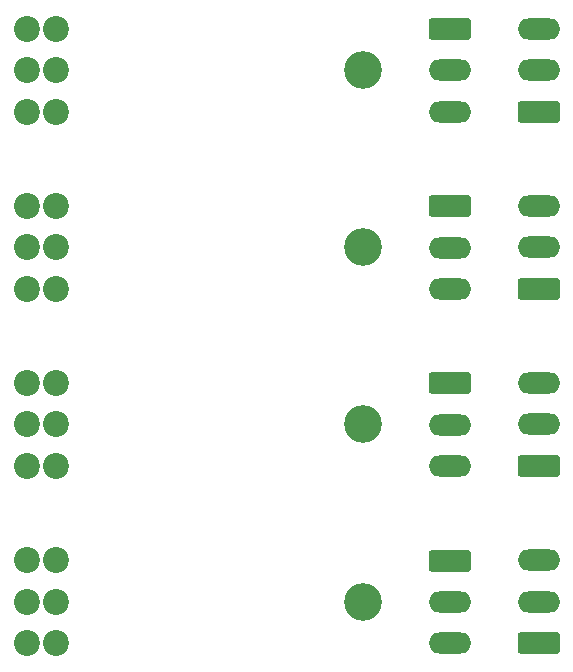
<source format=gbr>
%TF.GenerationSoftware,KiCad,Pcbnew,8.0.2*%
%TF.CreationDate,2025-01-20T22:03:02+01:00*%
%TF.ProjectId,Mk2-relayExtension,4d6b322d-7265-46c6-9179-457874656e73,rev?*%
%TF.SameCoordinates,Original*%
%TF.FileFunction,Soldermask,Bot*%
%TF.FilePolarity,Negative*%
%FSLAX46Y46*%
G04 Gerber Fmt 4.6, Leading zero omitted, Abs format (unit mm)*
G04 Created by KiCad (PCBNEW 8.0.2) date 2025-01-20 22:03:02*
%MOMM*%
%LPD*%
G01*
G04 APERTURE LIST*
G04 Aperture macros list*
%AMRoundRect*
0 Rectangle with rounded corners*
0 $1 Rounding radius*
0 $2 $3 $4 $5 $6 $7 $8 $9 X,Y pos of 4 corners*
0 Add a 4 corners polygon primitive as box body*
4,1,4,$2,$3,$4,$5,$6,$7,$8,$9,$2,$3,0*
0 Add four circle primitives for the rounded corners*
1,1,$1+$1,$2,$3*
1,1,$1+$1,$4,$5*
1,1,$1+$1,$6,$7*
1,1,$1+$1,$8,$9*
0 Add four rect primitives between the rounded corners*
20,1,$1+$1,$2,$3,$4,$5,0*
20,1,$1+$1,$4,$5,$6,$7,0*
20,1,$1+$1,$6,$7,$8,$9,0*
20,1,$1+$1,$8,$9,$2,$3,0*%
G04 Aperture macros list end*
%ADD10C,3.200000*%
%ADD11RoundRect,0.250000X-1.550000X0.650000X-1.550000X-0.650000X1.550000X-0.650000X1.550000X0.650000X0*%
%ADD12O,3.600000X1.800000*%
%ADD13RoundRect,0.250000X1.550000X-0.650000X1.550000X0.650000X-1.550000X0.650000X-1.550000X-0.650000X0*%
%ADD14C,2.200000*%
G04 APERTURE END LIST*
D10*
%TO.C,REF\u002A\u002A*%
X136000000Y-78500000D03*
%TD*%
%TO.C,REF\u002A\u002A*%
X136000000Y-93500000D03*
%TD*%
%TO.C,REF\u002A\u002A*%
X136000000Y-48500000D03*
%TD*%
D11*
%TO.C,J12*%
X143357500Y-90017500D03*
D12*
X143357500Y-93517500D03*
X143357500Y-97017500D03*
%TD*%
D13*
%TO.C,J11*%
X150857500Y-97000000D03*
D12*
X150857500Y-93500000D03*
X150857500Y-90000000D03*
%TD*%
D14*
%TO.C,J10*%
X110000000Y-97000000D03*
X107500000Y-97000000D03*
X110000000Y-93500000D03*
X107500000Y-93500000D03*
X110000000Y-90000000D03*
X107500000Y-90000000D03*
%TD*%
D11*
%TO.C,J9*%
X143357500Y-75017500D03*
D12*
X143357500Y-78517500D03*
X143357500Y-82017500D03*
%TD*%
D13*
%TO.C,J8*%
X150857500Y-82000000D03*
D12*
X150857500Y-78500000D03*
X150857500Y-75000000D03*
%TD*%
D14*
%TO.C,J7*%
X110000000Y-82000000D03*
X107500000Y-82000000D03*
X110000000Y-78500000D03*
X107500000Y-78500000D03*
X110000000Y-75000000D03*
X107500000Y-75000000D03*
%TD*%
D11*
%TO.C,J6*%
X143357500Y-45017500D03*
D12*
X143357500Y-48517500D03*
X143357500Y-52017500D03*
%TD*%
D13*
%TO.C,J3*%
X150857500Y-52000000D03*
D12*
X150857500Y-48500000D03*
X150857500Y-45000000D03*
%TD*%
D14*
%TO.C,J2*%
X110000000Y-52000000D03*
X107500000Y-52000000D03*
X110000000Y-48500000D03*
X107500000Y-48500000D03*
X110000000Y-45000000D03*
X107500000Y-45000000D03*
%TD*%
D13*
%TO.C,J4*%
X150857500Y-67000000D03*
D12*
X150857500Y-63500000D03*
X150857500Y-60000000D03*
%TD*%
D14*
%TO.C,J1*%
X110000000Y-67000000D03*
X107500000Y-67000000D03*
X110000000Y-63500000D03*
X107500000Y-63500000D03*
X110000000Y-60000000D03*
X107500000Y-60000000D03*
%TD*%
D11*
%TO.C,J5*%
X143357500Y-60017500D03*
D12*
X143357500Y-63517500D03*
X143357500Y-67017500D03*
%TD*%
D10*
%TO.C,REF\u002A\u002A*%
X136000000Y-63500000D03*
%TD*%
M02*

</source>
